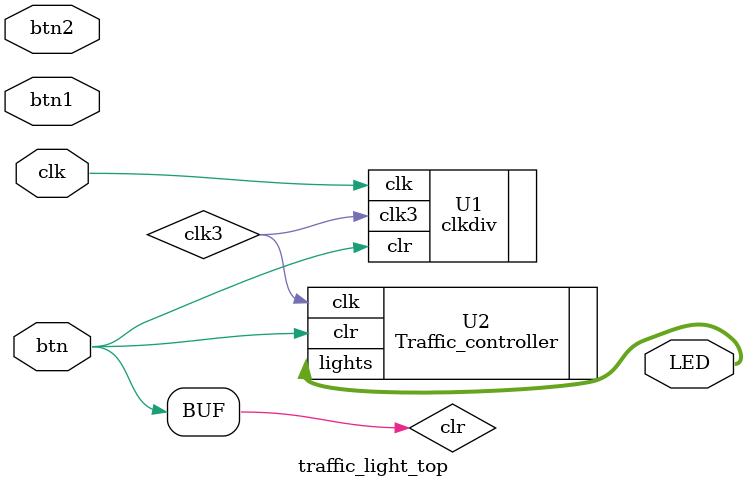
<source format=v>
`timescale 1ns / 1ps


module traffic_light_top(
    input wire clk,
    input wire btn,
    input wire btn1,
    input wire btn2,
    output wire [5:0] LED
    );
    
wire clk3;
wire clr;

//btn1 is pressed to simulate the presence of pedestrians
//btn2 is pressed to clear the system

//assign X = btn1;
//assign clr = btn2;

assign clr = btn;

clkdiv U1 (.clk(clk),.clr(clr),.clk3(clk3));
Traffic_controller U2 (.clk(clk3), .clr(clr), .lights(LED));

endmodule

</source>
